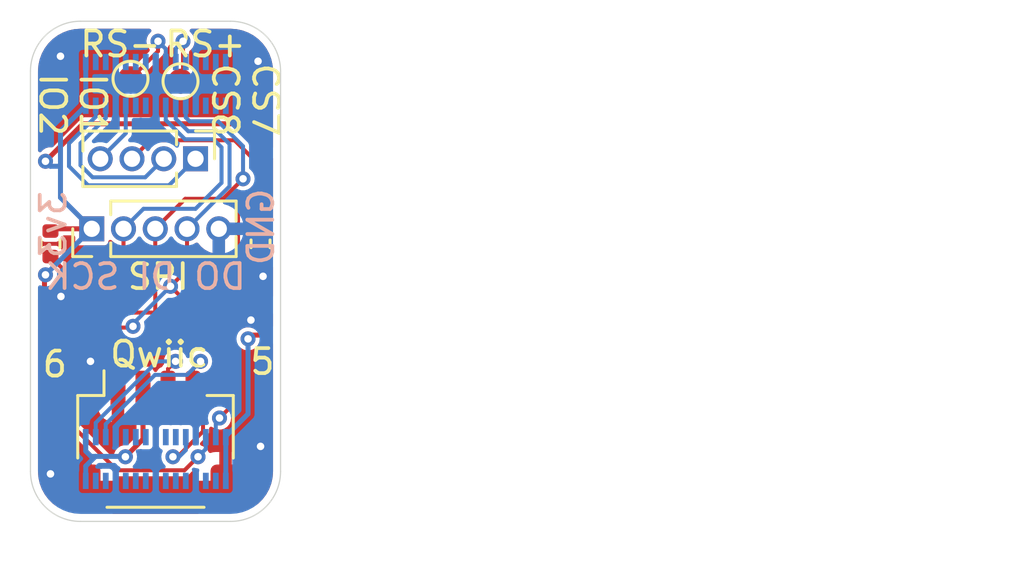
<source format=kicad_pcb>
(kicad_pcb (version 20240108) (generator "pcbnew") (generator_version "8.0")
  (title_block (title "2 connector sensor board") (date "2024-12-27") (rev "V1") (company "Author: Asher Edwards"))
  (layers (0 "F.Cu" signal) (31 "B.Cu" signal) (34 "B.Paste" user) (35 "F.Paste" user) (36 "B.SilkS" user "B.Silkscreen") (37 "F.SilkS" user "F.Silkscreen") (38 "B.Mask" user) (39 "F.Mask" user) (44 "Edge.Cuts" user))
  (net 0 "")
  (net 1 "GND")
  (net 2 "MOSI1")
  (net 3 "VDD")
  (net 4 "MISO1")
  (net 5 "CS1")
  (net 6 "SCK1")
  (net 7 "CS2")
  (net 8 "Free1")
  (net 9 "SCL1")
  (net 10 "RS485+")
  (net 11 "RS485-")
  (net 12 "SDA1")
  (net 13 "CS3")
  (net 14 "CS4")
  (net 15 "Free2")
  (footprint "Connector_PinHeader_1.27mm:PinHeader_1x05_P1.27mm_Vertical" (layer "F.Cu") (at 141.95 100.6 90)
    (property "Reference" "J1" (hide yes))
    (property "Value" "SPI")
    (fp_line (start -1.11 -0.76) (end 0 -0.76) (stroke (width 0.12)) (layer "F.SilkS"))
    (fp_line (start -1.11 0) (end -1.11 -0.76) (stroke (width 0.12)) (layer "F.SilkS"))
    (fp_line (start 1.11 0.76) (end 1.11 5.775) (stroke (width 0.12)) (layer "F.SilkS"))
    (fp_line (start 0.563471 0.76) (end 1.11 0.76) (stroke (width 0.12)) (layer "F.SilkS"))
    (fp_line (start -1.11 0.76) (end -0.563471 0.76) (stroke (width 0.12)) (layer "F.SilkS"))
    (fp_line (start -1.11 0.76) (end -1.11 5.775) (stroke (width 0.12)) (layer "F.SilkS"))
    (fp_line (start 0.30753 5.775) (end 1.11 5.775) (stroke (width 0.12)) (layer "F.SilkS"))
    (fp_line (start -1.11 5.775) (end -0.30753 5.775) (stroke (width 0.12)) (layer "F.SilkS"))
    (pad "1" thru_hole rect (at 0 0 90) (size 1 1) (drill 0.65) (layers "*.Cu" "*.Mask") (net 3 "VDD"))
    (pad "2" thru_hole oval (at 0 1.27 90) (size 1 1) (drill 0.65) (layers "*.Cu" "*.Mask") (net 6 "SCK1"))
    (pad "3" thru_hole oval (at 0 2.54 90) (size 1 1) (drill 0.65) (layers "*.Cu" "*.Mask") (net 4 "MISO1"))
    (pad "4" thru_hole oval (at 0 3.81 90) (size 1 1) (drill 0.65) (layers "*.Cu" "*.Mask") (net 2 "MOSI1"))
    (pad "5" thru_hole oval (at 0 5.08 90) (size 1 1) (drill 0.65) (layers "*.Cu" "*.Mask") (net 1 "GND"))
  )
  (footprint "Connector_JST:JST_SH_SM04B-SRSS-TB_1x04-1MP_P1.00mm_Horizontal" (layer "F.Cu") (at 144.5 109.05)
    (property "Reference" "J7" (hide yes))
    (property "Value" "JST SH")
    (fp_line (start -3.11 -1.785) (end -2.06 -1.785) (stroke (width 0.12)) (layer "F.SilkS"))
    (fp_line (start -3.11 0.715) (end -3.11 -1.785) (stroke (width 0.12)) (layer "F.SilkS"))
    (fp_line (start -2.06 -1.785) (end -2.06 -2.775) (stroke (width 0.12)) (layer "F.SilkS"))
    (fp_line (start -1.94 2.685) (end 1.94 2.685) (stroke (width 0.12)) (layer "F.SilkS"))
    (fp_line (start 3.11 -1.785) (end 2.06 -1.785) (stroke (width 0.12)) (layer "F.SilkS"))
    (fp_line (start 3.11 0.715) (end 3.11 -1.785) (stroke (width 0.12)) (layer "F.SilkS"))
    (pad "1" smd roundrect (at -1.5 -2) (size 0.6 1.55) (layers "F.Cu" "F.Paste" "F.Mask") (net 1 "GND"))
    (pad "2" smd roundrect (at -0.5 -2) (size 0.6 1.55) (layers "F.Cu" "F.Paste" "F.Mask") (net 3 "VDD"))
    (pad "3" smd roundrect (at 0.5 -2) (size 0.6 1.55) (layers "F.Cu" "F.Paste" "F.Mask") (net 12 "SDA1"))
    (pad "4" smd roundrect (at 1.5 -2) (size 0.6 1.55) (layers "F.Cu" "F.Paste" "F.Mask") (net 9 "SCL1"))
    (pad "MP" smd roundrect (at -2.8 1.875) (size 1.2 1.8) (layers "F.Cu" "F.Paste" "F.Mask") (roundrect_rratio 0.208333) (net 1 "GND"))
    (pad "MP" smd roundrect (at 2.8 1.875) (size 1.2 1.8) (layers "F.Cu" "F.Paste" "F.Mask") (roundrect_rratio 0.208333) (net 1 "GND"))
  )
  (footprint "TestPoint:TestPoint_Pad_D1.0mm" (layer "F.Cu") (at 145.5 94.7 -90)
    (property "Reference" "TP2" (hide yes))
    (property "Value" "RS485+")
    (fp_circle (center 0 0) (end 0 0.7) (stroke (width 0.12)) (fill none) (layer "F.SilkS"))
    (pad "1" smd circle (at 0 0 270) (size 1 1) (layers "F.Cu" "F.Mask") (net 10 "RS485+"))
  )
  (footprint "Resistor_SMD:R_0402_1005Metric" (layer "F.Cu") (at 140.3 101.2 -90)
    (property "Reference" "R2" (hide yes))
    (property "Value" "10k")
    (fp_line (start -0.153641 0.38) (end 0.153641 0.38) (stroke (width 0.12)) (layer "F.SilkS"))
    (fp_line (start -0.153641 -0.38) (end 0.153641 -0.38) (stroke (width 0.12)) (layer "F.SilkS"))
    (pad "1" smd roundrect (at -0.51 0 270) (size 0.54 0.64) (layers "F.Cu" "F.Paste" "F.Mask") (net 3 "VDD"))
    (pad "2" smd roundrect (at 0.51 0 270) (size 0.54 0.64) (layers "F.Cu" "F.Paste" "F.Mask") (net 7 "CS2"))
  )
  (footprint "Connector_PinHeader_1.27mm:PinHeader_1x04_P1.27mm_Vertical" (layer "F.Cu") (at 146.1 97.8 -90)
    (property "Reference" "J3" (hide yes))
    (property "Value" "free pins")
    (fp_line (start -1.11 4.505) (end -0.30753 4.505) (stroke (width 0.12)) (layer "F.SilkS"))
    (fp_line (start 0.30753 4.505) (end 1.11 4.505) (stroke (width 0.12)) (layer "F.SilkS"))
    (fp_line (start -1.11 0.76) (end -1.11 4.505) (stroke (width 0.12)) (layer "F.SilkS"))
    (fp_line (start -1.11 0.76) (end -0.563471 0.76) (stroke (width 0.12)) (layer "F.SilkS"))
    (fp_line (start 0.563471 0.76) (end 1.11 0.76) (stroke (width 0.12)) (layer "F.SilkS"))
    (fp_line (start 1.11 0.76) (end 1.11 4.505) (stroke (width 0.12)) (layer "F.SilkS"))
    (fp_line (start -1.11 0) (end -1.11 -0.76) (stroke (width 0.12)) (layer "F.SilkS"))
    (fp_line (start -1.11 -0.76) (end 0 -0.76) (stroke (width 0.12)) (layer "F.SilkS"))
    (pad "1" thru_hole rect (at 0 0 270) (size 1 1) (drill 0.65) (layers "*.Cu" "*.Mask") (net 13 "CS3"))
    (pad "2" thru_hole oval (at 0 1.27 270) (size 1 1) (drill 0.65) (layers "*.Cu" "*.Mask") (net 14 "CS4"))
    (pad "3" thru_hole oval (at 0 2.54 270) (size 1 1) (drill 0.65) (layers "*.Cu" "*.Mask") (net 8 "Free1"))
    (pad "4" thru_hole oval (at 0 3.81 270) (size 1 1) (drill 0.65) (layers "*.Cu" "*.Mask") (net 15 "Free2"))
  )
  (footprint "custom_Interface_HID:fpc_7pin_0.3mm_connector Panasonic" (layer "F.Cu") (at 147.65 103.95 90)
    (property "Reference" "J2" (hide yes))
    (property "Value" "7 pin FPC 0.3mm Panasonic Y3b")
    (pad "1" smd rect (at -0.9 1.29 90) (size 0.23 0.44) (layers "F.Cu" "F.Mask") (net 3 "VDD"))
    (pad "2" smd rect (at -0.6 -1.47 90) (size 0.23 0.34) (layers "F.Cu" "F.Mask") (net 6 "SCK1"))
    (pad "3" smd rect (at -0.3 1.29 90) (size 0.23 0.44) (layers "F.Cu" "F.Mask") (net 1 "GND"))
    (pad "4" smd rect (at 0 -1.47 90) (size 0.23 0.34) (layers "F.Cu" "F.Mask") (net 4 "MISO1"))
    (pad "5" smd rect (at 0.3 1.29 90) (size 0.23 0.44) (layers "F.Cu" "F.Mask") (net 5 "CS1"))
    (pad "6" smd rect (at 0.6 -1.47 90) (size 0.23 0.34) (layers "F.Cu" "F.Mask") (net 2 "MOSI1"))
    (pad "7" smd rect (at 0.9 1.29 90) (size 0.23 0.44) (layers "F.Cu" "F.Mask") (net 1 "GND"))
  )
  (footprint "Resistor_SMD:R_0402_1005Metric" (layer "F.Cu") (at 148.7 101.2 -90)
    (property "Reference" "R4" (hide yes))
    (property "Value" "10k")
    (fp_line (start -0.153641 0.38) (end 0.153641 0.38) (stroke (width 0.12)) (layer "F.SilkS"))
    (fp_line (start -0.153641 -0.38) (end 0.153641 -0.38) (stroke (width 0.12)) (layer "F.SilkS"))
    (pad "1" smd roundrect (at -0.51 0 270) (size 0.54 0.64) (layers "F.Cu" "F.Paste" "F.Mask") (net 3 "VDD"))
    (pad "2" smd roundrect (at 0.51 0 270) (size 0.54 0.64) (layers "F.Cu" "F.Paste" "F.Mask") (net 5 "CS1"))
  )
  (footprint "custom_Interface_HID:fpc_7pin_0.3mm_connector Panasonic" (layer "F.Cu") (at 141.35 103.95 -90)
    (property "Reference" "J5" (hide yes))
    (property "Value" "7 pin FPC 0.3mm Panasonic Y3b")
    (pad "1" smd rect (at -0.9 1.29 270) (size 0.23 0.44) (layers "F.Cu" "F.Mask") (net 3 "VDD"))
    (pad "2" smd rect (at -0.6 -1.47 270) (size 0.23 0.34) (layers "F.Cu" "F.Mask") (net 6 "SCK1"))
    (pad "3" smd rect (at -0.3 1.29 270) (size 0.23 0.44) (layers "F.Cu" "F.Mask") (net 1 "GND"))
    (pad "4" smd rect (at 0 -1.47 270) (size 0.23 0.34) (layers "F.Cu" "F.Mask") (net 4 "MISO1"))
    (pad "5" smd rect (at 0.3 1.29 270) (size 0.23 0.44) (layers "F.Cu" "F.Mask") (net 7 "CS2"))
    (pad "6" smd rect (at 0.6 -1.47 270) (size 0.23 0.34) (layers "F.Cu" "F.Mask") (net 2 "MOSI1"))
    (pad "7" smd rect (at 0.9 1.29 270) (size 0.23 0.44) (layers "F.Cu" "F.Mask") (net 1 "GND"))
  )
  (footprint "TestPoint:TestPoint_Pad_D1.0mm" (layer "F.Cu") (at 143.5 94.6 -90)
    (property "Reference" "TP1" (hide yes))
    (property "Value" "RS485-")
    (fp_circle (center 0 0) (end 0 0.7) (stroke (width 0.12)) (fill none) (layer "F.SilkS"))
    (pad "1" smd circle (at 0 0 270) (size 1 1) (layers "F.Cu" "F.Mask") (net 11 "RS485-"))
  )
  (footprint "custom_testpoints:TE_mezzanine_conn_3-2363962-0" (layer "B.Cu") (at 144.5 94.8 180)
    (property "Reference" "J4" (hide yes))
    (property "Value" "TE 3-2363962-0 Connector" (hide yes))
    (pad "1" smd rect (at -2.81 -0.88 180) (size 0.23 0.65) (layers "B.Cu" "B.Paste" "B.Mask") (net 3 "VDD"))
    (pad "2" smd rect (at -2.81 0.87 180) (size 0.23 0.65) (layers "B.Cu" "B.Paste" "B.Mask") (net 3 "VDD"))
    (pad "3" smd rect (at -2.41 -0.88 180) (size 0.23 0.65) (layers "B.Cu" "B.Paste" "B.Mask") (net 12 "SDA1"))
    (pad "4" smd rect (at -2.41 0.87 180) (size 0.23 0.65) (layers "B.Cu" "B.Paste" "B.Mask") (net 13 "CS3"))
    (pad "5" smd rect (at -2.01 -0.88 180) (size 0.23 0.65) (layers "B.Cu" "B.Paste" "B.Mask") (net 9 "SCL1"))
    (pad "6" smd rect (at -2.01 0.87 180) (size 0.23 0.65) (layers "B.Cu" "B.Paste" "B.Mask") (net 14 "CS4"))
    (pad "7" smd rect (at -1.61 -0.88 180) (size 0.23 0.65) (layers "B.Cu" "B.Paste" "B.Mask") (net 1 "GND"))
    (pad "8" smd rect (at -1.61 0.87 180) (size 0.23 0.65) (layers "B.Cu" "B.Paste" "B.Mask") (net 1 "GND"))
    (pad "9" smd rect (at -1.21 -0.88 180) (size 0.23 0.65) (layers "B.Cu" "B.Paste" "B.Mask") (net 4 "MISO1"))
    (pad "10" smd rect (at -1.21 0.87 180) (size 0.23 0.65) (layers "B.Cu" "B.Paste" "B.Mask") (net 15 "Free2"))
    (pad "11" smd rect (at -0.81 -0.88 180) (size 0.23 0.65) (layers "B.Cu" "B.Paste" "B.Mask") (net 2 "MOSI1"))
    (pad "12" smd rect (at -0.81 0.87 180) (size 0.23 0.65) (layers "B.Cu" "B.Paste" "B.Mask") (net 10 "RS485+"))
    (pad "13" smd rect (at -0.41 -0.88 180) (size 0.23 0.65) (layers "B.Cu" "B.Paste" "B.Mask") (net 6 "SCK1"))
    (pad "14" smd rect (at -0.41 0.87 180) (size 0.23 0.65) (layers "B.Cu" "B.Paste" "B.Mask") (net 11 "RS485-"))
    (pad "15" smd rect (at -0.01 -0.88 180) (size 0.23 0.65) (layers "B.Cu" "B.Paste" "B.Mask") (net 1 "GND"))
    (pad "16" smd rect (at -0.01 0.87 180) (size 0.23 0.65) (layers "B.Cu" "B.Paste" "B.Mask") (net 1 "GND"))
    (pad "17" smd rect (at 0.39 -0.88 180) (size 0.23 0.65) (layers "B.Cu" "B.Paste" "B.Mask") (net 11 "RS485-"))
    (pad "18" smd rect (at 0.39 0.87 180) (size 0.23 0.65) (layers "B.Cu" "B.Paste" "B.Mask") (net 6 "SCK1"))
    (pad "19" smd rect (at 0.79 -0.88 180) (size 0.23 0.65) (layers "B.Cu" "B.Paste" "B.Mask") (net 10 "RS485+"))
    (pad "20" smd rect (at 0.79 0.87 180) (size 0.23 0.65) (layers "B.Cu" "B.Paste" "B.Mask") (net 2 "MOSI1"))
    (pad "21" smd rect (at 1.19 -0.88 180) (size 0.23 0.65) (layers "B.Cu" "B.Paste" "B.Mask") (net 15 "Free2"))
    (pad "22" smd rect (at 1.19 0.87 180) (size 0.23 0.65) (layers "B.Cu" "B.Paste" "B.Mask") (net 4 "MISO1"))
    (pad "23" smd rect (at 1.59 -0.88 180) (size 0.23 0.65) (layers "B.Cu" "B.Paste" "B.Mask") (net 1 "GND"))
    (pad "24" smd rect (at 1.59 0.87 180) (size 0.23 0.65) (layers "B.Cu" "B.Paste" "B.Mask") (net 1 "GND"))
    (pad "25" smd rect (at 1.99 -0.88 180) (size 0.23 0.65) (layers "B.Cu" "B.Paste" "B.Mask") (net 14 "CS4"))
    (pad "26" smd rect (at 1.99 0.87 180) (size 0.23 0.65) (layers "B.Cu" "B.Paste" "B.Mask") (net 9 "SCL1"))
    (pad "27" smd rect (at 2.39 -0.88 180) (size 0.23 0.65) (layers "B.Cu" "B.Paste" "B.Mask") (net 13 "CS3"))
    (pad "28" smd rect (at 2.39 0.87 180) (size 0.23 0.65) (layers "B.Cu" "B.Paste" "B.Mask") (net 12 "SDA1"))
    (pad "29" smd rect (at 2.79 -0.88 180) (size 0.23 0.65) (layers "B.Cu" "B.Paste" "B.Mask") (net 3 "VDD"))
    (pad "30" smd rect (at 2.79 0.87 180) (size 0.23 0.65) (layers "B.Cu" "B.Paste" "B.Mask") (net 3 "VDD"))
    (pad "MP" smd rect (at -3.61 -0.57 180) (size 0.45 0.53) (layers "B.Cu" "B.Paste" "B.Mask") (net 1 "GND"))
    (pad "MP" smd rect (at -3.61 0.56 180) (size 0.45 0.53) (layers "B.Cu" "B.Paste" "B.Mask") (net 1 "GND"))
    (pad "MP" smd rect (at 3.59 -0.57 180) (size 0.45 0.53) (layers "B.Cu" "B.Paste" "B.Mask") (net 1 "GND"))
    (pad "MP" smd rect (at 3.59 0.56 180) (size 0.45 0.53) (layers "B.Cu" "B.Paste" "B.Mask") (net 1 "GND"))
  )
  (footprint "custom_testpoints:TE_mezzanine_conn_3-2363962-0" (layer "B.Cu") (at 144.5 109.8 180)
    (property "Reference" "J15" (hide yes))
    (property "Value" "TE 3-2363962-0 Connector" (hide yes))
    (pad "1" smd rect (at -2.81 -0.88 180) (size 0.23 0.65) (layers "B.Cu" "B.Paste" "B.Mask") (net 3 "VDD"))
    (pad "2" smd rect (at -2.81 0.87 180) (size 0.23 0.65) (layers "B.Cu" "B.Paste" "B.Mask") (net 3 "VDD"))
    (pad "3" smd rect (at -2.41 -0.88 180) (size 0.23 0.65) (layers "B.Cu" "B.Paste" "B.Mask") (net 12 "SDA1"))
    (pad "4" smd rect (at -2.41 0.87 180) (size 0.23 0.65) (layers "B.Cu" "B.Paste" "B.Mask") (net 5 "CS1"))
    (pad "5" smd rect (at -2.01 -0.88 180) (size 0.23 0.65) (layers "B.Cu" "B.Paste" "B.Mask") (net 9 "SCL1"))
    (pad "6" smd rect (at -2.01 0.87 180) (size 0.23 0.65) (layers "B.Cu" "B.Paste" "B.Mask") (net 7 "CS2"))
    (pad "7" smd rect (at -1.61 -0.88 180) (size 0.23 0.65) (layers "B.Cu" "B.Paste" "B.Mask") (net 1 "GND"))
    (pad "8" smd rect (at -1.61 0.87 180) (size 0.23 0.65) (layers "B.Cu" "B.Paste" "B.Mask") (net 1 "GND"))
    (pad "9" smd rect (at -1.21 -0.88 180) (size 0.23 0.65) (layers "B.Cu" "B.Paste" "B.Mask") (net 4 "MISO1"))
    (pad "10" smd rect (at -1.21 0.87 180) (size 0.23 0.65) (layers "B.Cu" "B.Paste" "B.Mask") (net 8 "Free1"))
    (pad "11" smd rect (at -0.81 -0.88 180) (size 0.23 0.65) (layers "B.Cu" "B.Paste" "B.Mask") (net 2 "MOSI1"))
    (pad "12" smd rect (at -0.81 0.87 180) (size 0.23 0.65) (layers "B.Cu" "B.Paste" "B.Mask") (net 10 "RS485+"))
    (pad "13" smd rect (at -0.41 -0.88 180) (size 0.23 0.65) (layers "B.Cu" "B.Paste" "B.Mask") (net 6 "SCK1"))
    (pad "14" smd rect (at -0.41 0.87 180) (size 0.23 0.65) (layers "B.Cu" "B.Paste" "B.Mask") (net 11 "RS485-"))
    (pad "15" smd rect (at -0.01 -0.88 180) (size 0.23 0.65) (layers "B.Cu" "B.Paste" "B.Mask") (net 1 "GND"))
    (pad "16" smd rect (at -0.01 0.87 180) (size 0.23 0.65) (layers "B.Cu" "B.Paste" "B.Mask") (net 1 "GND"))
    (pad "17" smd rect (at 0.39 -0.88 180) (size 0.23 0.65) (layers "B.Cu" "B.Paste" "B.Mask") (net 11 "RS485-"))
    (pad "18" smd rect (at 0.39 0.87 180) (size 0.23 0.65) (layers "B.Cu" "B.Paste" "B.Mask") (net 6 "SCK1"))
    (pad "19" smd rect (at 0.79 -0.88 180) (size 0.23 0.65) (layers "B.Cu" "B.Paste" "B.Mask") (net 10 "RS485+"))
    (pad "20" smd rect (at 0.79 0.87 180) (size 0.23 0.65) (layers "B.Cu" "B.Paste" "B.Mask") (net 2 "MOSI1"))
    (pad "21" smd rect (at 1.19 -0.88 180) (size 0.23 0.65) (layers "B.Cu" "B.Paste" "B.Mask") (net 8 "Free1"))
    (pad "22" smd rect (at 1.19 0.87 180) (size 0.23 0.65) (layers "B.Cu" "B.Paste" "B.Mask") (net 4 "MISO1"))
    (pad "23" smd rect (at 1.59 -0.88 180) (size 0.23 0.65) (layers "B.Cu" "B.Paste" "B.Mask") (net 1 "GND"))
    (pad "24" smd rect (at 1.59 0.87 180) (size 0.23 0.65) (layers "B.Cu" "B.Paste" "B.Mask") (net 1 "GND"))
    (pad "25" smd rect (at 1.99 -0.88 180) (size 0.23 0.65) (layers "B.Cu" "B.Paste" "B.Mask") (net 7 "CS2"))
    (pad "26" smd rect (at 1.99 0.87 180) (size 0.23 0.65) (layers "B.Cu" "B.Paste" "B.Mask") (net 9 "SCL1"))
    (pad "27" smd rect (at 2.39 -0.88 180) (size 0.23 0.65) (layers "B.Cu" "B.Paste" "B.Mask") (net 5 "CS1"))
    (pad "28" smd rect (at 2.39 0.87 180) (size 0.23 0.65) (layers "B.Cu" "B.Paste" "B.Mask") (net 12 "SDA1"))
    (pad "29" smd rect (at 2.79 -0.88 180) (size 0.23 0.65) (layers "B.Cu" "B.Paste" "B.Mask") (net 3 "VDD"))
    (pad "30" smd rect (at 2.79 0.87 180) (size 0.23 0.65) (layers "B.Cu" "B.Paste" "B.Mask") (net 3 "VDD"))
    (pad "MP" smd rect (at -3.61 -0.57 180) (size 0.45 0.53) (layers "B.Cu" "B.Paste" "B.Mask") (net 1 "GND"))
    (pad "MP" smd rect (at -3.61 0.56 180) (size 0.45 0.53) (layers "B.Cu" "B.Paste" "B.Mask") (net 1 "GND"))
    (pad "MP" smd rect (at 3.59 -0.57 180) (size 0.45 0.53) (layers "B.Cu" "B.Paste" "B.Mask") (net 1 "GND"))
    (pad "MP" smd rect (at 3.59 0.56 180) (size 0.45 0.53) (layers "B.Cu" "B.Paste" "B.Mask") (net 1 "GND"))
  )
  (gr_arc (start 141.5 112.3) (mid 140.085786 111.714214) (end 139.5 110.3) (stroke (width 0.05)) (layer "Edge.Cuts"))
  (gr_line (start 149.5 94.3) (end 149.5 110.3) (stroke (width 0.05)) (layer "Edge.Cuts"))
  (gr_line (start 141.5 92.3) (end 147.5 92.3) (stroke (width 0.05)) (layer "Edge.Cuts"))
  (gr_arc (start 149.5 110.3) (mid 148.914214 111.714214) (end 147.5 112.3) (stroke (width 0.05)) (layer "Edge.Cuts"))
  (gr_arc (start 147.5 92.3) (mid 148.914214 92.885786) (end 149.5 94.3) (stroke (width 0.05)) (layer "Edge.Cuts"))
  (gr_arc (start 139.5 94.3) (mid 140.085786 92.885786) (end 141.5 92.3) (stroke (width 0.05)) (layer "Edge.Cuts"))
  (gr_line (start 147.5 112.3) (end 141.5 112.3) (stroke (width 0.05)) (layer "Edge.Cuts"))
  (gr_line (start 139.5 110.3) (end 139.5 94.3) (stroke (width 0.05)) (layer "Edge.Cuts"))
  (gr_text "DO DI SCK" (at 148.2 103.1 0) (layer "B.SilkS") (effects (font (size 1 1)) (justify left bottom mirror)))
  (gr_text "3v3" (at 141 99 90) (layer "B.SilkS") (effects (font (size 1 1)) (justify left bottom mirror)))
  (gr_text "GND" (at 149.3 98.9 90) (layer "B.SilkS") (effects (font (size 1 1)) (justify left bottom mirror)))
  (gr_text "IO1\nIO2" (at 139.8 94.3 -90) (layer "F.SilkS") (effects (font (size 1 1)) (justify left bottom)))
  (gr_text "6" (at 139.9 106.6 0) (layer "F.SilkS") (effects (font (size 1 1)) (justify left bottom)))
  (gr_text "Qwiic" (at 142.6 106.2 0) (layer "F.SilkS") (effects (font (size 1 1)) (justify left bottom)))
  (gr_text "SPI\n" (at 143.3 103.1 0) (layer "F.SilkS") (effects (font (size 1 1)) (justify left bottom)))
  (gr_text "5" (at 148.2 106.5 0) (layer "F.SilkS") (effects (font (size 1 1)) (justify left bottom)))
  (gr_text "CS7\nCS8" (at 146.7 93.9 270) (layer "F.SilkS") (effects (font (size 1 1)) (justify left bottom)))
  (gr_text "RS+" (at 144.8 93.8 -0) (layer "F.SilkS") (effects (font (size 1 1)) (justify left bottom)))
  (gr_text "RS-" (at 141.4 93.8 -0) (layer "F.SilkS") (effects (font (size 1 1)) (justify left bottom)))
  (segment (start 148.94 104.25) (end 148.316195 104.25) (width 0.2) (layer "F.Cu") (net 1))
  (segment (start 148.316195 104.25) (end 148.314936 104.248741) (width 0.2) (layer "F.Cu") (net 1))
  (segment (start 140.06 103.65) (end 140.373699 103.65) (width 0.2) (layer "F.Cu") (net 1))
  (segment (start 148.94 103.05) (end 148.94 102.64) (width 0.2) (layer "F.Cu") (net 1))
  (segment (start 140.373699 103.65) (end 140.717934 103.305765) (width 0.2) (layer "F.Cu") (net 1))
  (segment (start 148.94 102.64) (end 148.8 102.5) (width 0.2) (layer "F.Cu") (net 1))
  (segment (start 143 107.05) (end 143 107) (width 0.2) (layer "F.Cu") (net 1))
  (segment (start 143 107) (end 141.9 105.9) (width 0.2) (layer "F.Cu") (net 1))
  (via (at 148.314936 104.248741) (size 0.6) (drill 0.3) (layers "F.Cu" "B.Cu") (net 1))
  (via (at 140.3 110.4) (size 0.6) (drill 0.3) (layers "F.Cu" "B.Cu") (net 1))
  (via (at 148.7 109.3) (size 0.6) (drill 0.3) (layers "F.Cu" "B.Cu") (net 1))
  (via (at 148.6 93.9) (size 0.6) (drill 0.3) (layers "F.Cu" "B.Cu") (net 1))
  (via (at 141.9 105.9) (size 0.6) (drill 0.3) (layers "F.Cu" "B.Cu") (net 1))
  (via (at 140.717934 103.305765) (size 0.6) (drill 0.3) (layers "F.Cu" "B.Cu") (net 1))
  (via (at 140.7 93.7) (size 0.6) (drill 0.3) (layers "F.Cu" "B.Cu") (net 1))
  (via (at 148.8 102.5) (size 0.6) (drill 0.3) (layers "F.Cu" "B.Cu") (net 1))
  (segment (start 146.18 103.35) (end 145.55 103.35) (width 0.16) (layer "F.Cu") (net 2))
  (segment (start 145.55 103.35) (end 145.1 102.9) (width 0.16) (layer "F.Cu") (net 2))
  (segment (start 145.1 102.9) (end 145.76 102.24) (width 0.16) (layer "F.Cu") (net 2))
  (segment (start 143.55 104.55) (end 142.82 104.55) (width 0.16) (layer "F.Cu") (net 2))
  (segment (start 143.6 104.5) (end 143.55 104.55) (width 0.16) (layer "F.Cu") (net 2))
  (segment (start 145.76 102.24) (end 145.76 100.6) (width 0.16) (layer "F.Cu") (net 2))
  (via (at 143.6 104.5) (size 0.6) (drill 0.3) (layers "F.Cu" "B.Cu") (net 2))
  (via (at 145.1 102.9) (size 0.6) (drill 0.3) (layers "F.Cu" "B.Cu") (net 2))
  (segment (start 145.81 96.7) (end 146.947452 96.7) (width 0.16) (layer "B.Cu") (net 2))
  (segment (start 146.947452 96.7) (end 147.46 97.212548) (width 0.16) (layer "B.Cu") (net 2))
  (segment (start 147.46 97.212548) (end 147.46 98.9) (width 0.16) (layer "B.Cu") (net 2))
  (segment (start 147.46 98.9) (end 145.76 100.6) (width 0.16) (layer "B.Cu") (net 2))
  (segment (start 143.6 104.4) (end 145.1 102.9) (width 0.16) (layer "B.Cu") (net 2))
  (segment (start 145.31 96.2) (end 145.81 96.7) (width 0.16) (layer "B.Cu") (net 2))
  (segment (start 145.31 95.68) (end 145.31 96.2) (width 0.16) (layer "B.Cu") (net 2))
  (segment (start 143.6 104.5) (end 143.6 104.4) (width 0.16) (layer "B.Cu") (net 2))
  (segment (start 148.35 104.85) (end 148.2 105) (width 0.2) (layer "F.Cu") (net 3))
  (segment (start 149.1 97.8) (end 149.1 100.29) (width 0.2) (layer "F.Cu") (net 3))
  (segment (start 144 109.011055) (end 143.296053 109.715002) (width 0.2) (layer "F.Cu") (net 3))
  (segment (start 140.06 103.05) (end 140.06 102.479997) (width 0.2) (layer "F.Cu") (net 3))
  (segment (start 140.1 97.9) (end 141.6 96.4) (width 0.2) (layer "F.Cu") (net 3))
  (segment (start 140.06 102.479997) (end 140.1 102.439997) (width 0.2) (layer "F.Cu") (net 3))
  (segment (start 140.39 100.6) (end 140.3 100.69) (width 0.2) (layer "F.Cu") (net 3))
  (segment (start 149.1 100.29) (end 148.7 100.69) (width 0.2) (layer "F.Cu") (net 3))
  (segment (start 147.7 96.4) (end 149.1 97.8) (width 0.2) (layer "F.Cu") (net 3))
  (segment (start 144 107.05) (end 144 109.011055) (width 0.2) (layer "F.Cu") (net 3))
  (segment (start 141.95 100.6) (end 140.39 100.6) (width 0.2) (layer "F.Cu") (net 3))
  (segment (start 148.94 104.85) (end 148.35 104.85) (width 0.2) (layer "F.Cu") (net 3))
  (segment (start 141.6 96.4) (end 147.7 96.4) (width 0.2) (layer "F.Cu") (net 3))
  (via (at 148.2 105) (size 0.6) (drill 0.3) (layers "F.Cu" "B.Cu") (net 3))
  (via (at 143.296053 109.715002) (size 0.6) (drill 0.3) (layers "F.Cu" "B.Cu") (net 3))
  (via (at 140.1 102.439997) (size 0.6) (drill 0.3) (layers "F.Cu" "B.Cu") (net 3))
  (via (at 140.1 97.9) (size 0.6) (drill 0.3) (layers "F.Cu" "B.Cu") (net 3))
  (segment (start 147.31 108.93) (end 147.31 110.68) (width 0.2) (layer "B.Cu") (net 3))
  (segment (start 141.95 100.6) (end 140.7 99.35) (width 0.2) (layer "B.Cu") (net 3))
  (segment (start 143.296053 109.715002) (end 143.281051 109.7) (width 0.2) (layer "B.Cu") (net 3))
  (segment (start 140.7 99.35) (end 140.7 98.1) (width 0.2) (layer "B.Cu") (net 3))
  (segment (start 140.7 96.69) (end 141.71 95.68) (width 0.2) (layer "B.Cu") (net 3))
  (segment (start 147.31 108.89) (end 147.31 108.93) (width 0.2) (layer "B.Cu") (net 3))
  (segment (start 148.2 105) (end 148.2 108) (width 0.2) (layer "B.Cu") (net 3))
  (segment (start 148.2 108) (end 147.31 108.89) (width 0.2) (layer "B.Cu") (net 3))
  (segment (start 141.71 109.49) (end 141.71 108.93) (width 0.2) (layer "B.Cu") (net 3))
  (segment (start 141.71 110.09) (end 142.1 109.7) (width 0.2) (layer "B.Cu") (net 3))
  (segment (start 140.7 98.1) (end 140.7 96.69) (width 0.2) (layer "B.Cu") (net 3))
  (segment (start 142.1 109.7) (end 141.92 109.7) (width 0.2) (layer "B.Cu") (net 3))
  (segment (start 143.281051 109.7) (end 142.1 109.7) (width 0.2) (layer "B.Cu") (net 3))
  (segment (start 140.3 98.1) (end 140.7 98.1) (width 0.2) (layer "B.Cu") (net 3))
  (segment (start 141.939997 100.6) (end 140.1 102.439997) (width 0.2) (layer "B.Cu") (net 3))
  (segment (start 141.95 100.6) (end 141.939997 100.6) (width 0.2) (layer "B.Cu") (net 3))
  (segment (start 141.92 109.7) (end 141.71 109.49) (width 0.2) (layer "B.Cu") (net 3))
  (segment (start 140.1 97.9) (end 140.3 98.1) (width 0.2) (layer "B.Cu") (net 3))
  (segment (start 141.71 110.68) (end 141.71 110.09) (width 0.2) (layer "B.Cu") (net 3))
  (segment (start 141.71 95.68) (end 141.71 93.93) (width 0.2) (layer "B.Cu") (net 3))
  (segment (start 144.5 103.95) (end 146.18 103.95) (width 0.16) (layer "F.Cu") (net 4))
  (segment (start 145.69 99.4) (end 144.49 100.6) (width 0.16) (layer "F.Cu") (net 4))
  (segment (start 148 98.6) (end 147.2 99.4) (width 0.16) (layer "F.Cu") (net 4))
  (segment (start 144.5 103.95) (end 144.49 103.94) (width 0.16) (layer "F.Cu") (net 4))
  (segment (start 147.2 99.4) (end 145.69 99.4) (width 0.16) (layer "F.Cu") (net 4))
  (segment (start 144.49 103.94) (end 144.49 100.6) (width 0.16) (layer "F.Cu") (net 4))
  (segment (start 142.82 103.95) (end 144.5 103.95) (width 0.16) (layer "F.Cu") (net 4))
  (via (at 148 98.6) (size 0.6) (drill 0.3) (layers "F.Cu" "B.Cu") (net 4))
  (segment (start 147 96.3) (end 145.862548 96.3) (width 0.16) (layer "B.Cu") (net 4))
  (segment (start 148 97.3) (end 147 96.3) (width 0.16) (layer "B.Cu") (net 4))
  (segment (start 145.862548 96.3) (end 145.71 96.147452) (width 0.16) (layer "B.Cu") (net 4))
  (segment (start 145.71 96.147452) (end 145.71 95.68) (width 0.16) (layer "B.Cu") (net 4))
  (segment (start 148 98.6) (end 148 97.3) (width 0.16) (layer "B.Cu") (net 4))
  (segment (start 148.7 101.71) (end 148.15 102.26) (width 0.16) (layer "F.Cu") (net 5))
  (segment (start 148.15 102.26) (end 148.15 103.65) (width 0.16) (layer "F.Cu") (net 5))
  (segment (start 148.15 103.65) (end 147.5 104.3) (width 0.16) (layer "F.Cu") (net 5))
  (segment (start 147.5 107.724013) (end 147.058203 108.16581) (width 0.16) (layer "F.Cu") (net 5))
  (segment (start 148.15 103.65) (end 148.94 103.65) (width 0.16) (layer "F.Cu") (net 5))
  (segment (start 147.5 104.3) (end 147.5 107.724013) (width 0.16) (layer "F.Cu") (net 5))
  (via (at 147.058203 108.16581) (size 0.6) (drill 0.3) (layers "F.Cu" "B.Cu") (net 5))
  (segment (start 146.91 108.314013) (end 147.058203 108.16581) (width 0.16) (layer "B.Cu") (net 5))
  (segment (start 146.91 108.93) (end 146.91 108.314013) (width 0.16) (layer "B.Cu") (net 5))
  (segment (start 142.765 103.35) (end 142.82 103.35) (width 0.16) (layer "F.Cu") (net 6))
  (segment (start 142.41 103.705) (end 142.765 103.35) (width 0.16) (layer "F.Cu") (net 6))
  (segment (start 143.05 103.35) (end 143.22 103.18) (width 0.16) (layer "F.Cu") (net 6))
  (segment (start 142.82 103.35) (end 143.05 103.35) (width 0.16) (layer "F.Cu") (net 6))
  (segment (start 145.63 105.1) (end 142.7 105.1) (width 0.16) (layer "F.Cu") (net 6))
  (segment (start 142.7 105.1) (end 142.41 104.81) (width 0.16) (layer "F.Cu") (net 6))
  (segment (start 143.22 103.18) (end 143.22 100.6) (width 0.16) (layer "F.Cu") (net 6))
  (segment (start 146.18 104.55) (end 145.63 105.1) (width 0.16) (layer "F.Cu") (net 6))
  (segment (start 142.41 104.81) (end 142.41 103.705) (width 0.16) (layer "F.Cu") (net 6))
  (segment (start 147.14 97.345096) (end 147.14 98.76) (width 0.16) (layer "B.Cu") (net 6))
  (segment (start 144.91 95.68) (end 144.91 96.252548) (width 0.16) (layer "B.Cu") (net 6))
  (segment (start 144.02 99.8) (end 143.22 100.6) (width 0.16) (layer "B.Cu") (net 6))
  (segment (start 146.1 99.8) (end 144.02 99.8) (width 0.16) (layer "B.Cu") (net 6))
  (segment (start 145.677452 97.02) (end 146.814904 97.02) (width 0.16) (layer "B.Cu") (net 6))
  (segment (start 144.91 96.252548) (end 145.677452 97.02) (width 0.16) (layer "B.Cu") (net 6))
  (segment (start 146.814904 97.02) (end 147.14 97.345096) (width 0.16) (layer "B.Cu") (net 6))
  (segment (start 147.14 98.76) (end 146.1 99.8) (width 0.16) (layer "B.Cu") (net 6))
  (segment (start 141.3 103.7) (end 140.75 104.25) (width 0.16) (layer "F.Cu") (net 7))
  (segment (start 140.75 108.05) (end 140.75 104.25) (width 0.16) (layer "F.Cu") (net 7))
  (segment (start 142.955002 110.255002) (end 140.75 108.05) (width 0.16) (layer "F.Cu") (net 7))
  (segment (start 140.3 101.71) (end 141.3 102.71) (width 0.16) (layer "F.Cu") (net 7))
  (segment (start 140.75 104.25) (end 140.06 104.25) (width 0.16) (layer "F.Cu") (net 7))
  (segment (start 145.66 110.255002) (end 142.955002 110.255002) (width 0.16) (layer "F.Cu") (net 7))
  (segment (start 146.2 109.715002) (end 145.66 110.255002) (width 0.16) (layer "F.Cu") (net 7))
  (segment (start 141.3 102.71) (end 141.3 103.7) (width 0.16) (layer "F.Cu") (net 7))
  (via (at 146.2 109.715002) (size 0.6) (drill 0.3) (layers "F.Cu" "B.Cu") (net 7))
  (segment (start 146.51 108.93) (end 146.51 109.405002) (width 0.16) (layer "B.Cu") (net 7))
  (segment (start 146.51 109.405002) (end 146.2 109.715002) (width 0.16) (layer "B.Cu") (net 7))
  (segment (start 148.6 98) (end 148.6 98.763676) (width 0.16) (layer "F.Cu") (net 8))
  (segment (start 146.9 104.5) (end 146.9 107.560337) (width 0.16) (layer "F.Cu") (net 8))
  (segment (start 147.8 99.563676) (end 147.8 101.4) (width 0.16) (layer "F.Cu") (net 8))
  (segment (start 146.9 107.560337) (end 146.4 108.060337) (width 0.16) (layer "F.Cu") (net 8))
  (segment (start 147.8 101.4) (end 146.9 102.3) (width 0.16) (layer "F.Cu") (net 8))
  (segment (start 143.56 97.8) (end 144.3 97.06) (width 0.16) (layer "F.Cu") (net 8))
  (segment (start 148.6 98.763676) (end 147.8 99.563676) (width 0.16) (layer "F.Cu") (net 8))
  (segment (start 147.66 97.06) (end 148.6 98) (width 0.16) (layer "F.Cu") (net 8))
  (segment (start 146.9 102.3) (end 146.9 104.5) (width 0.16) (layer "F.Cu") (net 8))
  (segment (start 146.4 108.060337) (end 146.4 108.7) (width 0.16) (layer "F.Cu") (net 8))
  (segment (start 146.4 108.7) (end 145.384998 109.715002) (width 0.16) (layer "F.Cu") (net 8))
  (segment (start 144.3 97.06) (end 147.66 97.06) (width 0.16) (layer "F.Cu") (net 8))
  (segment (start 145.384998 109.715002) (end 145.19617 109.715002) (width 0.16) (layer "F.Cu") (net 8))
  (via (at 145.19617 109.715002) (size 0.6) (drill 0.3) (layers "F.Cu" "B.Cu") (net 8))
  (segment (start 145.71 109.45) (end 145.71 108.93) (width 0.16) (layer "B.Cu") (net 8))
  (segment (start 145.19617 109.715002) (end 145.444998 109.715002) (width 0.16) (layer "B.Cu") (net 8))
  (segment (start 145.444998 109.715002) (end 145.71 109.45) (width 0.16) (layer "B.Cu") (net 8))
  (segment (start 146 106.2) (end 146.3 105.9) (width 0.16) (layer "F.Cu") (net 9))
  (segment (start 146 107.05) (end 146 106.2) (width 0.16) (layer "F.Cu") (net 9))
  (via (at 146.3 105.9) (size 0.6) (drill 0.3) (layers "F.Cu" "B.Cu") (net 9))
  (segment (start 144.48 106.44) (end 142.51 108.41) (width 0.16) (layer "B.Cu") (net 9))
  (segment (start 142.51 108.41) (end 142.51 108.93) (width 0.16) (layer "B.Cu") (net 9))
  (segment (start 145.76 106.44) (end 144.48 106.44) (width 0.16) (layer "B.Cu") (net 9))
  (segment (start 146.3 105.9) (end 145.76 106.44) (width 0.16) (layer "B.Cu") (net 9))
  (segment (start 145.6 93.1) (end 145.6 94.6) (width 0.16) (layer "F.Cu") (net 10))
  (segment (start 145.6 94.6) (end 145.5 94.7) (width 0.16) (layer "F.Cu") (net 10))
  (via (at 145.6 93.1) (size 0.6) (drill 0.3) (layers "F.Cu" "B.Cu") (net 10))
  (segment (start 145.6 93.1) (end 145.31 93.39) (width 0.16) (layer "B.Cu") (net 10))
  (segment (start 145.31 93.39) (end 145.31 93.93) (width 0.16) (layer "B.Cu") (net 10))
  (segment (start 144.6 93.5) (end 143.5 94.6) (width 0.16) (layer "F.Cu") (net 11))
  (segment (start 144.6 93.1) (end 144.6 93.5) (width 0.16) (layer "F.Cu") (net 11))
  (via (at 144.6 93.1) (size 0.6) (drill 0.3) (layers "F.Cu" "B.Cu") (net 11))
  (segment (start 144.6 93.1) (end 144.91 93.41) (width 0.16) (layer "B.Cu") (net 11))
  (segment (start 144.91 93.41) (end 144.91 93.93) (width 0.16) (layer "B.Cu") (net 11))
  (segment (start 145 107.05) (end 145 106.2) (width 0.16) (layer "F.Cu") (net 12))
  (segment (start 145 106.2) (end 145.3 105.9) (width 0.16) (layer "F.Cu") (net 12))
  (via (at 145.3 105.9) (size 0.6) (drill 0.3) (layers "F.Cu" "B.Cu") (net 12))
  (segment (start 142.11 108.357452) (end 142.11 108.93) (width 0.16) (layer "B.Cu") (net 12))
  (segment (start 144.567452 105.9) (end 142.11 108.357452) (width 0.16) (layer "B.Cu") (net 12))
  (segment (start 145.3 105.9) (end 144.567452 105.9) (width 0.16) (layer "B.Cu") (net 12))
  (segment (start 142.11 96.118284) (end 142.11 95.68) (width 0.16) (layer "B.Cu") (net 13))
  (segment (start 141.04 97.188284) (end 142.11 96.118284) (width 0.16) (layer "B.Cu") (net 13))
  (segment (start 141.8 98.86) (end 141.04 98.1) (width 0.16) (layer "B.Cu") (net 13))
  (segment (start 145.04 98.86) (end 141.8 98.86) (width 0.16) (layer "B.Cu") (net 13))
  (segment (start 141.04 98.1) (end 141.04 97.188284) (width 0.16) (layer "B.Cu") (net 13))
  (segment (start 146.1 97.8) (end 145.04 98.86) (width 0.16) (layer "B.Cu") (net 13))
  (segment (start 144.83 97.8) (end 144.09 98.54) (width 0.16) (layer "B.Cu") (net 14))
  (segment (start 141.983481 98.54) (end 141.5 98.056519) (width 0.16) (layer "B.Cu") (net 14))
  (segment (start 141.5 98.056519) (end 141.5 97.180832) (width 0.16) (layer "B.Cu") (net 14))
  (segment (start 142.51 96.170832) (end 142.51 95.68) (width 0.16) (layer "B.Cu") (net 14))
  (segment (start 144.09 98.54) (end 141.983481 98.54) (width 0.16) (layer "B.Cu") (net 14))
  (segment (start 141.5 97.180832) (end 142.51 96.170832) (width 0.16) (layer "B.Cu") (net 14))
  (segment (start 142.29 97.8) (end 143.31 96.78) (width 0.16) (layer "B.Cu") (net 15))
  (segment (start 143.31 96.78) (end 143.31 95.68) (width 0.16) (layer "B.Cu") (net 15))
  (zone (net 1) (net_name "GND") (layers "F&B.Cu") (connect_pads thru_hole_only (clearance 0.16)) (min_thickness 0.16) (fill yes (thermal_gap 0.5) (thermal_bridge_width 0.5))
    (polygon (pts (xy 139.5 92.35) (xy 149.5 92.35) (xy 149.5 112.3) (xy 139.5 112.3)))
  )
  (zone (net 0) (net_name "") (layer "B.Cu") (connect_pads thru_hole_only (clearance 0)) (min_thickness 0.16)
    (keepout (tracks allowed) (vias allowed) (pads allowed) (copperpour not_allowed) (footprints allowed))
    (fill (thermal_gap 0.5) (thermal_bridge_width 0.5))
    (polygon (pts (xy 142.625 101.105) (xy 143.025 101.105) (xy 143.1 100.6)))
  )
)
</source>
